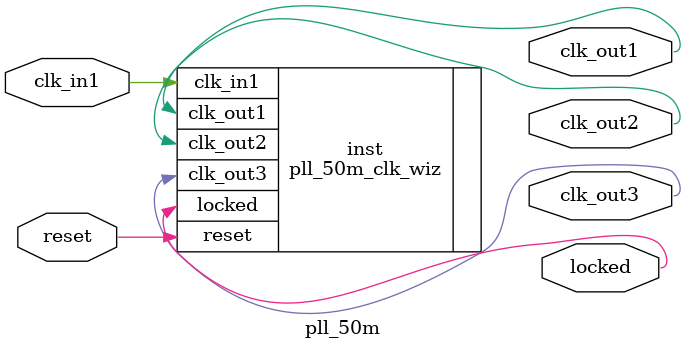
<source format=v>


`timescale 1ps/1ps

(* CORE_GENERATION_INFO = "pll_50m,clk_wiz_v6_0_8_0_0,{component_name=pll_50m,use_phase_alignment=true,use_min_o_jitter=false,use_max_i_jitter=false,use_dyn_phase_shift=false,use_inclk_switchover=false,use_dyn_reconfig=false,enable_axi=0,feedback_source=FDBK_AUTO,PRIMITIVE=MMCM,num_out_clk=3,clkin1_period=20.000,clkin2_period=10.0,use_power_down=false,use_reset=true,use_locked=true,use_inclk_stopped=false,feedback_type=SINGLE,CLOCK_MGR_TYPE=NA,manual_override=false}" *)

module pll_50m 
 (
  // Clock out ports
  output        clk_out1,
  output        clk_out2,
  output        clk_out3,
  // Status and control signals
  input         reset,
  output        locked,
 // Clock in ports
  input         clk_in1
 );

  pll_50m_clk_wiz inst
  (
  // Clock out ports  
  .clk_out1(clk_out1),
  .clk_out2(clk_out2),
  .clk_out3(clk_out3),
  // Status and control signals               
  .reset(reset), 
  .locked(locked),
 // Clock in ports
  .clk_in1(clk_in1)
  );

endmodule

</source>
